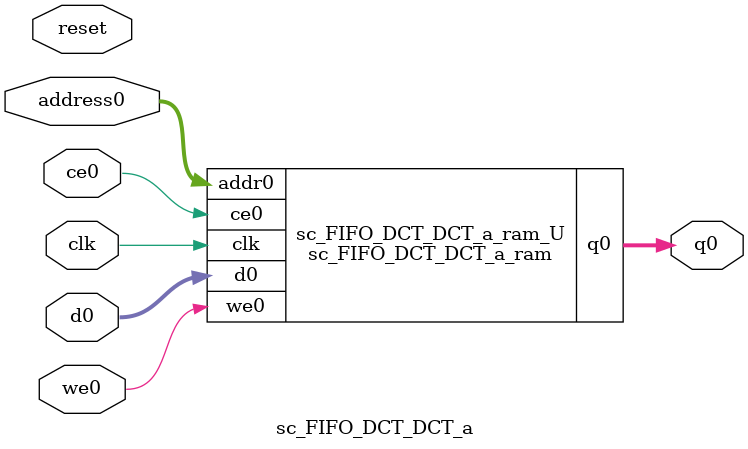
<source format=v>

`timescale 1 ns / 1 ps
module sc_FIFO_DCT_DCT_a_ram (addr0, ce0, d0, we0, q0,  clk);

parameter DWIDTH = 32;
parameter AWIDTH = 6;
parameter MEM_SIZE = 64;

input[AWIDTH-1:0] addr0;
input ce0;
input[DWIDTH-1:0] d0;
input we0;
output reg[DWIDTH-1:0] q0;
input clk;

(* ram_style = "block" *)reg [DWIDTH-1:0] ram[0:MEM_SIZE-1];




always @(posedge clk)  
begin 
    if (ce0) 
    begin
        if (we0) 
        begin 
            ram[addr0] <= d0; 
            q0 <= d0;
        end 
        else 
            q0 <= ram[addr0];
    end
end


endmodule


`timescale 1 ns / 1 ps
module sc_FIFO_DCT_DCT_a(
    reset,
    clk,
    address0,
    ce0,
    we0,
    d0,
    q0);

parameter DataWidth = 32'd32;
parameter AddressRange = 32'd64;
parameter AddressWidth = 32'd6;
input reset;
input clk;
input[AddressWidth - 1:0] address0;
input ce0;
input we0;
input[DataWidth - 1:0] d0;
output[DataWidth - 1:0] q0;



sc_FIFO_DCT_DCT_a_ram sc_FIFO_DCT_DCT_a_ram_U(
    .clk( clk ),
    .addr0( address0 ),
    .ce0( ce0 ),
    .d0( d0 ),
    .we0( we0 ),
    .q0( q0 ));

endmodule


</source>
